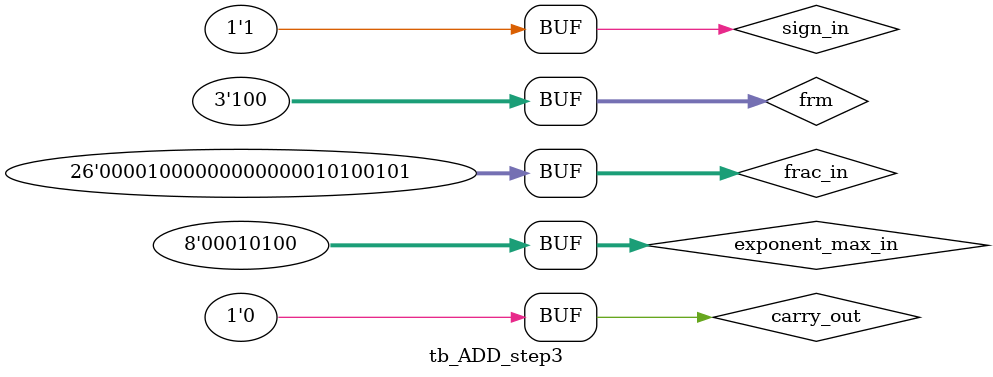
<source format=sv>
`timescale 1ns/100ps
module tb_ADD_step3();
   reg [2:0]  frm;
   reg [7:0]  exponent_max_in;
   reg        sign_in;
   reg [25:0] frac_in;
   reg        carry_out;
   reg [31:0] floating_point_out;

   ADD_step3 DUT (
		  .frm(frm),
		  .exponent_max_in(exponent_max_in),
		  .sign_in(sign_in),
		  .frac_in(frac_in),
		  .carry_out(carry_out),
		  .floating_point_out(floating_point_out)
		  );

   initial begin
      frm = 0;
      exponent_max_in = 10;
      sign_in = 0;
      frac_in = 26'b10000000000000000000101011;
      carry_out = 1;
      #1;
      frm = 3'b100;
      exponent_max_in = 20;
      sign_in = 1;
      frac_in = 26'b00001000000000000010100101;
      carry_out = 0;
   end // initial begin
endmodule // tb_ADD_step3

 

</source>
